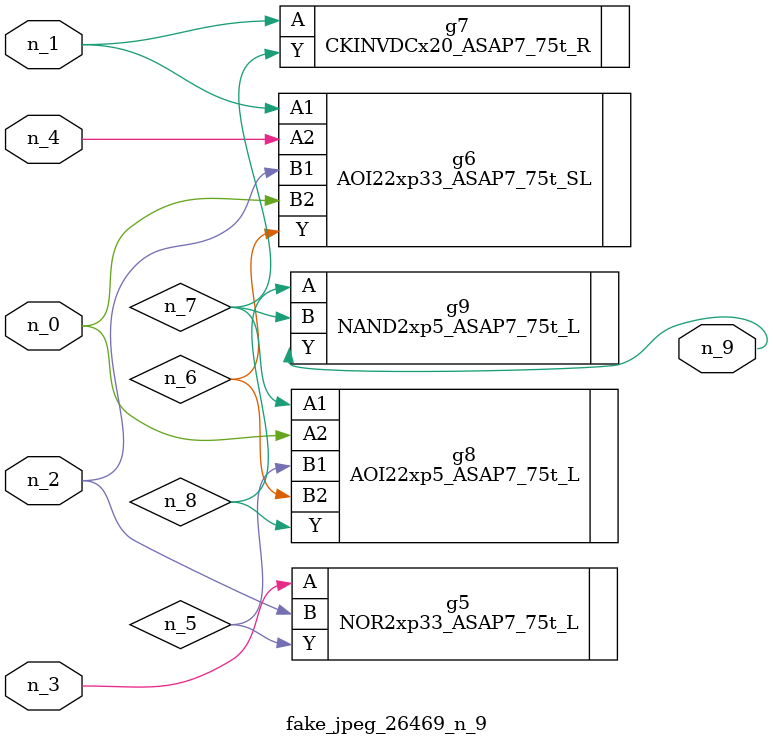
<source format=v>
module fake_jpeg_26469_n_9 (n_3, n_2, n_1, n_0, n_4, n_9);

input n_3;
input n_2;
input n_1;
input n_0;
input n_4;

output n_9;

wire n_8;
wire n_6;
wire n_5;
wire n_7;

NOR2xp33_ASAP7_75t_L g5 ( 
.A(n_3),
.B(n_2),
.Y(n_5)
);

AOI22xp33_ASAP7_75t_SL g6 ( 
.A1(n_1),
.A2(n_4),
.B1(n_2),
.B2(n_0),
.Y(n_6)
);

CKINVDCx20_ASAP7_75t_R g7 ( 
.A(n_1),
.Y(n_7)
);

AOI22xp5_ASAP7_75t_L g8 ( 
.A1(n_7),
.A2(n_0),
.B1(n_5),
.B2(n_6),
.Y(n_8)
);

NAND2xp5_ASAP7_75t_L g9 ( 
.A(n_8),
.B(n_7),
.Y(n_9)
);


endmodule
</source>
